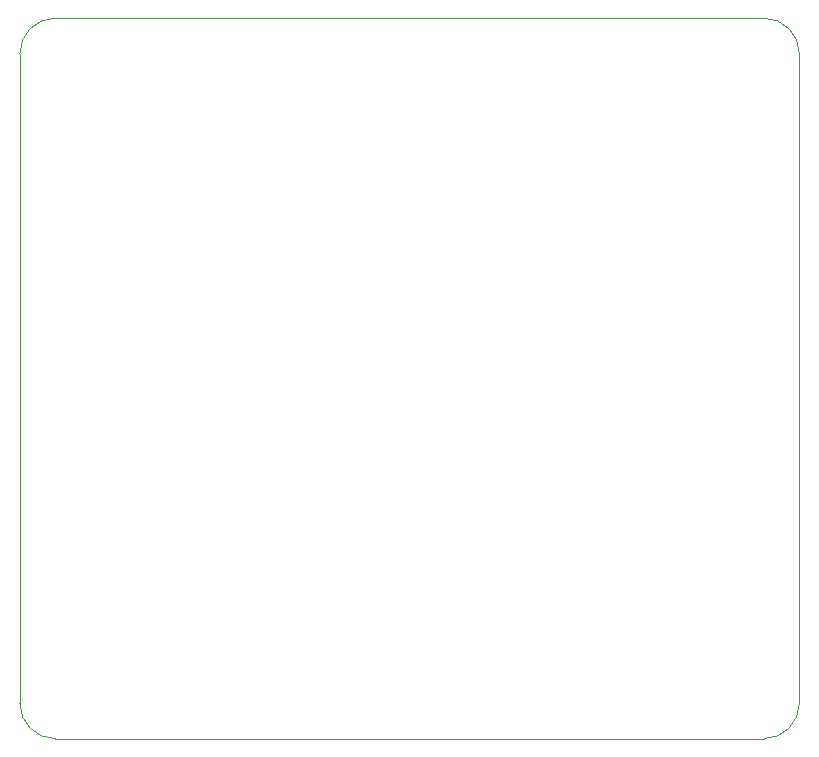
<source format=gbr>
%TF.GenerationSoftware,KiCad,Pcbnew,(6.0.0)*%
%TF.CreationDate,2022-05-13T11:51:57+02:00*%
%TF.ProjectId,Shield BR,53686965-6c64-4204-9252-2e6b69636164,rev?*%
%TF.SameCoordinates,Original*%
%TF.FileFunction,Profile,NP*%
%FSLAX46Y46*%
G04 Gerber Fmt 4.6, Leading zero omitted, Abs format (unit mm)*
G04 Created by KiCad (PCBNEW (6.0.0)) date 2022-05-13 11:51:57*
%MOMM*%
%LPD*%
G01*
G04 APERTURE LIST*
%TA.AperFunction,Profile*%
%ADD10C,0.050000*%
%TD*%
G04 APERTURE END LIST*
D10*
X78251500Y-121726000D02*
X78251500Y-66726000D01*
X81251500Y-124726000D02*
X141251500Y-124726000D01*
X144251500Y-121726000D02*
X144251500Y-66726000D01*
X141251500Y-63726000D02*
X81251500Y-63726000D01*
X78251500Y-121726000D02*
G75*
G03*
X81251500Y-124726000I3000001J1D01*
G01*
X144251500Y-66726000D02*
G75*
G03*
X141251500Y-63726000I-3000001J-1D01*
G01*
X81251500Y-63726000D02*
G75*
G03*
X78251500Y-66726000I1J-3000001D01*
G01*
X141251500Y-124726000D02*
G75*
G03*
X144251500Y-121726000I-1J3000001D01*
G01*
M02*

</source>
